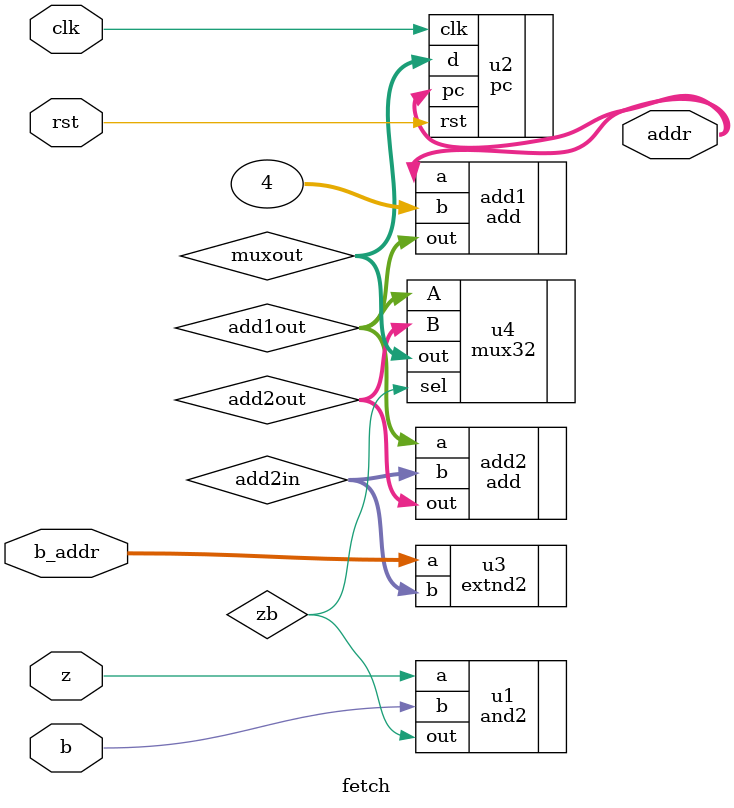
<source format=v>
`timescale 1ns / 1ps
module fetch(clk,rst,b_addr,z,b,addr
    );
input clk,rst,b,z;
input [31:0] b_addr;
output [31:0] addr;

wire zb;
wire [31:0] muxout;
wire [31:0] add2in;
wire [31:0] add1out;
wire [31:0] add2out;
and2 u1(.a(z),.b(b),.out(zb));
extnd2 u3(.a(b_addr),.b(add2in));
add add1(.a(addr),.b(32'b100),.out(add1out));
add add2(.a(add1out),.b(add2in),.out(add2out));
mux32 u4(.A(add1out),.B(add2out),.sel(zb),.out(muxout));
pc u2(.clk(clk),.rst(rst),.d(muxout),.pc(addr));
endmodule

</source>
